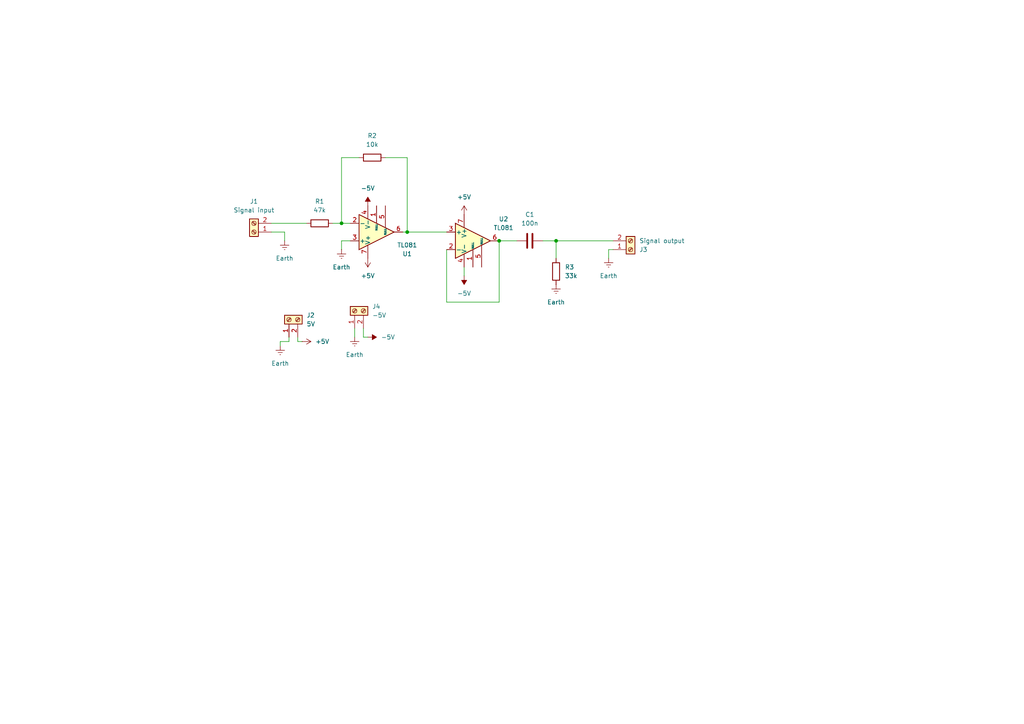
<source format=kicad_sch>
(kicad_sch (version 20231120) (generator "eeschema") (generator_version "8.0")
  (paper "A4")
  (lib_symbols
    (symbol "Amplifier_Operational:TL081" (pin_names (offset 0.127))
      (property "Reference" "U" (at 0 6.35 0))
      (property "Value" "TL081" (at 0 3.81 0))
      (symbol "TL081_0_1"
        (polyline (pts (xy -5.08 5.08) (xy 5.08 0) (xy -5.08 -5.08) (xy -5.08 5.08)) (stroke (width 0.254)) (fill (type background)))
      )
      (symbol "TL081_1_1"
        (pin input line (at 0 -7.62 90) (length 5.08) (name "NULL") (number "1"))
        (pin input line (at -7.62 -2.54 0) (length 2.54) (name "-") (number "2"))
        (pin input line (at -7.62 2.54 0) (length 2.54) (name "+") (number "3"))
        (pin power_in line (at -2.54 -7.62 90) (length 3.81) (name "V-") (number "4"))
        (pin input line (at 2.54 -7.62 90) (length 6.35) (name "NULL") (number "5"))
        (pin output line (at 7.62 0 180) (length 2.54) (name "~") (number "6"))
        (pin power_in line (at -2.54 7.62 270) (length 3.81) (name "V+") (number "7"))
        (pin no_connect line (at 0 2.54 270) (length 2.54) hide (name "NC") (number "8"))
      )
    )
    (symbol "Connector:Screw_Terminal_01x02" (pin_names (offset 1.016) hide)
      (property "Reference" "J" (at 0 2.54 0))
      (property "Value" "Screw_Terminal_01x02" (at 0 -5.08 0))
      (symbol "Screw_Terminal_01x02_1_1"
        (rectangle (start -1.27 1.27) (end 1.27 -3.81) (stroke (width 0.254)) (fill (type background)))
        (circle (center 0 -2.54) (radius 0.635) (stroke (width 0.1524)))
        (polyline (pts (xy -0.5334 -2.2098) (xy 0.3302 -3.048)) (stroke (width 0.1524)))
        (polyline (pts (xy -0.5334 0.3302) (xy 0.3302 -0.508)) (stroke (width 0.1524)))
        (polyline (pts (xy -0.3556 -2.032) (xy 0.508 -2.8702)) (stroke (width 0.1524)))
        (polyline (pts (xy -0.3556 0.508) (xy 0.508 -0.3302)) (stroke (width 0.1524)))
        (circle (center 0 0) (radius 0.635) (stroke (width 0.1524)))
        (pin passive line (at -5.08 0 0) (length 3.81) (name "Pin_1") (number "1"))
        (pin passive line (at -5.08 -2.54 0) (length 3.81) (name "Pin_2") (number "2"))
      )
    )
    (symbol "Device:C" (pin_numbers hide) (pin_names (offset 0.254))
      (property "Reference" "C" (at 0.635 2.54 0))
      (property "Value" "C" (at 0.635 -2.54 0))
      (symbol "C_0_1"
        (polyline (pts (xy -2.032 -0.762) (xy 2.032 -0.762)) (stroke (width 0.508)))
        (polyline (pts (xy -2.032 0.762) (xy 2.032 0.762)) (stroke (width 0.508)))
      )
      (symbol "C_1_1"
        (pin passive line (at 0 3.81 270) (length 2.794) (name "~") (number "1"))
        (pin passive line (at 0 -3.81 90) (length 2.794) (name "~") (number "2"))
      )
    )
    (symbol "Device:R" (pin_numbers hide) (pin_names (offset 0))
      (property "Reference" "R" (at 2.032 0 90))
      (property "Value" "R" (at 0 0 90))
      (symbol "R_0_1"
        (rectangle (start -1.016 -2.54) (end 1.016 2.54) (stroke (width 0.254)))
      )
      (symbol "R_1_1"
        (pin passive line (at 0 3.81 270) (length 1.27) (name "~") (number "1"))
        (pin passive line (at 0 -3.81 90) (length 1.27) (name "~") (number "2"))
      )
    )
    (symbol "power:+5V" (power) (pin_numbers hide) (pin_names (offset 0) hide)
      (property "Value" "+5V" (at 0 3.556 0))
      (symbol "+5V_0_1"
        (polyline (pts (xy -0.762 1.27) (xy 0 2.54)))
        (polyline (pts (xy 0 0) (xy 0 2.54)))
        (polyline (pts (xy 0 2.54) (xy 0.762 1.27)))
      )
      (symbol "+5V_1_1"
        (pin power_in line (at 0 0 90) (length 0) (name "~") (number "1"))
      )
    )
    (symbol "power:-5V" (power) (pin_numbers hide) (pin_names (offset 0) hide)
      (property "Value" "-5V" (at 0 3.556 0))
      (symbol "-5V_0_0"
        (pin power_in line (at 0 0 90) (length 0) (name "~") (number "1"))
      )
      (symbol "-5V_0_1"
        (polyline (pts (xy 0 0) (xy 0 1.27) (xy 0.762 1.27) (xy 0 2.54) (xy -0.762 1.27) (xy 0 1.27)) (fill (type outline)))
      )
    )
    (symbol "power:Earth" (power) (pin_numbers hide) (pin_names (offset 0) hide)
      (property "Value" "Earth" (at 0 -3.81 0))
      (symbol "Earth_0_1"
        (polyline (pts (xy -0.635 -1.905) (xy 0.635 -1.905)))
        (polyline (pts (xy -0.127 -2.54) (xy 0.127 -2.54)))
        (polyline (pts (xy 0 -1.27) (xy 0 0)))
        (polyline (pts (xy 1.27 -1.27) (xy -1.27 -1.27)))
      )
      (symbol "Earth_1_1"
        (pin power_in line (at 0 0 270) (length 0) (name "~") (number "1"))
      )
    )
  )
  (junction (at 118.11 67.31))
  (junction (at 99.06 64.77))
  (junction (at 161.29 69.85))
  (junction (at 144.78 69.85))
  (wire (pts (xy 105.41 97.79) (xy 106.68 97.79)))
  (wire (pts (xy 86.36 99.06) (xy 87.63 99.06)))
  (wire (pts (xy 116.84 67.31) (xy 118.11 67.31)))
  (wire (pts (xy 111.76 45.72) (xy 118.11 45.72)))
  (wire (pts (xy 176.53 72.39) (xy 176.53 74.93)))
  (wire (pts (xy 78.74 67.31) (xy 82.55 67.31)))
  (wire (pts (xy 96.52 64.77) (xy 99.06 64.77)))
  (wire (pts (xy 118.11 67.31) (xy 129.54 67.31)))
  (wire (pts (xy 129.54 87.63) (xy 129.54 72.39)))
  (wire (pts (xy 99.06 45.72) (xy 99.06 64.77)))
  (wire (pts (xy 99.06 64.77) (xy 101.6 64.77)))
  (wire (pts (xy 78.74 64.77) (xy 88.9 64.77)))
  (wire (pts (xy 83.82 99.06) (xy 81.28 99.06)))
  (wire (pts (xy 118.11 45.72) (xy 118.11 67.31)))
  (wire (pts (xy 104.14 45.72) (xy 99.06 45.72)))
  (wire (pts (xy 177.8 72.39) (xy 176.53 72.39)))
  (wire (pts (xy 105.41 95.25) (xy 105.41 97.79)))
  (wire (pts (xy 177.8 69.85) (xy 161.29 69.85)))
  (wire (pts (xy 129.54 87.63) (xy 144.78 87.63)))
  (wire (pts (xy 144.78 87.63) (xy 144.78 69.85)))
  (wire (pts (xy 102.87 95.25) (xy 102.87 97.79)))
  (wire (pts (xy 157.48 69.85) (xy 161.29 69.85)))
  (wire (pts (xy 161.29 69.85) (xy 161.29 74.93)))
  (wire (pts (xy 99.06 69.85) (xy 99.06 72.39)))
  (wire (pts (xy 81.28 99.06) (xy 81.28 100.33)))
  (wire (pts (xy 99.06 69.85) (xy 101.6 69.85)))
  (wire (pts (xy 82.55 67.31) (xy 82.55 69.85)))
  (wire (pts (xy 83.82 99.06) (xy 83.82 97.79)))
  (wire (pts (xy 86.36 99.06) (xy 86.36 97.79)))
  (wire (pts (xy 134.62 80.01) (xy 134.62 77.47)))
  (wire (pts (xy 144.78 69.85) (xy 149.86 69.85)))
  (symbol (lib_id "Connector:Screw_Terminal_01x02") (at 182.88 72.39 0) (mirror x) (unit 1)
    (property "Reference" "J3" (at 185.42 72.3901 0) (effects (justify left)))
    (property "Value" "Signal output" (at 185.42 69.8501 0) (effects (justify left)))
    (property "Footprint" "TerminalBlock:TerminalBlock_MaiXu_MX126-5.0-02P_1x02_P5.00mm" (effects (hide yes)))
    (property "Description" "Generic screw terminal, single row, 01x02, script generated (kicad-library-utils/schlib/autogen/connector/)" (effects (hide yes)))
  )
  (symbol (lib_id "Device:R") (at 161.29 78.74 180) (unit 1)
    (property "Reference" "R3" (at 163.83 77.4699 0) (effects (justify right)))
    (property "Value" "33k" (at 163.83 80.0099 0) (effects (justify right)))
    (property "Footprint" "Resistor_THT:R_Axial_DIN0207_L6.3mm_D2.5mm_P7.62mm_Horizontal" (effects (hide yes)))
    (property "Description" "Resistor" (effects (hide yes)))
  )
  (symbol (lib_id "Amplifier_Operational:TL081") (at 137.16 69.85 0) (unit 1)
    (property "Reference" "U2" (at 146.05 63.5314 0))
    (property "Value" "TL081" (at 146.05 66.0714 0))
    (property "Footprint" "Package_DIP:DIP-8_W7.62mm_Socket" (effects (hide yes)))
    (property "Datasheet" "http://www.ti.com/lit/ds/symlink/tl081.pdf" (effects (hide yes)))
    (property "Description" "Single JFET-Input Operational Amplifiers, DIP-8/SOIC-8" (effects (hide yes)))
  )
  (symbol (lib_id "power:-5V") (at 134.62 80.01 180) (unit 1)
    (property "Reference" "#PWR011" (effects (hide yes)))
    (property "Value" "-5V" (at 134.62 85.09 0))
    (property "Description" "Power symbol creates a global label with name \"-5V\"" (effects (hide yes)))
  )
  (symbol (lib_id "Connector:Screw_Terminal_01x02") (at 83.82 92.71 90) (unit 1)
    (property "Reference" "J2" (at 88.9 91.4399 90) (effects (justify right)))
    (property "Value" "5V" (at 88.9 93.9799 90) (effects (justify right)))
    (property "Footprint" "TerminalBlock:TerminalBlock_MaiXu_MX126-5.0-02P_1x02_P5.00mm" (effects (hide yes)))
    (property "Description" "Generic screw terminal, single row, 01x02, script generated (kicad-library-utils/schlib/autogen/connector/)" (effects (hide yes)))
  )
  (symbol (lib_id "Device:R") (at 92.71 64.77 270) (unit 1)
    (property "Reference" "R1" (at 92.71 58.42 90))
    (property "Value" "47k" (at 92.71 60.96 90))
    (property "Footprint" "Resistor_THT:R_Axial_DIN0207_L6.3mm_D2.5mm_P7.62mm_Horizontal" (effects (hide yes)))
    (property "Description" "Resistor" (effects (hide yes)))
  )
  (symbol (lib_id "power:+5V") (at 87.63 99.06 270) (unit 1)
    (property "Reference" "#PWR04" (effects (hide yes)))
    (property "Value" "+5V" (at 91.44 99.0599 90) (effects (justify left)))
    (property "Description" "Power symbol creates a global label with name \"+5V\"" (effects (hide yes)))
  )
  (symbol (lib_id "Connector:Screw_Terminal_01x02") (at 102.87 90.17 90) (unit 1)
    (property "Reference" "J4" (at 107.95 88.8999 90) (effects (justify right)))
    (property "Value" "-5V" (at 107.95 91.4399 90) (effects (justify right)))
    (property "Footprint" "TerminalBlock:TerminalBlock_MaiXu_MX126-5.0-02P_1x02_P5.00mm" (effects (hide yes)))
    (property "Description" "Generic screw terminal, single row, 01x02, script generated (kicad-library-utils/schlib/autogen/connector/)" (effects (hide yes)))
  )
  (symbol (lib_id "power:Earth") (at 161.29 82.55 0) (unit 1)
    (property "Reference" "#PWR012" (effects (hide yes)))
    (property "Value" "Earth" (at 161.29 87.63 0))
    (property "Description" "Power symbol creates a global label with name \"Earth\"" (effects (hide yes)))
  )
  (symbol (lib_id "power:+5V") (at 106.68 74.93 180) (unit 1)
    (property "Reference" "#PWR05" (effects (hide yes)))
    (property "Value" "+5V" (at 106.68 80.01 0))
    (property "Description" "Power symbol creates a global label with name \"+5V\"" (effects (hide yes)))
  )
  (symbol (lib_id "power:Earth") (at 81.28 100.33 0) (unit 1)
    (property "Reference" "#PWR03" (effects (hide yes)))
    (property "Value" "Earth" (at 81.28 105.41 0))
    (property "Description" "Power symbol creates a global label with name \"Earth\"" (effects (hide yes)))
  )
  (symbol (lib_id "Connector:Screw_Terminal_01x02") (at 73.66 67.31 180) (unit 1)
    (property "Reference" "J1" (at 73.66 58.42 0))
    (property "Value" "Signal input" (at 73.66 60.96 0))
    (property "Footprint" "TerminalBlock:TerminalBlock_MaiXu_MX126-5.0-02P_1x02_P5.00mm" (effects (hide yes)))
    (property "Description" "Generic screw terminal, single row, 01x02, script generated (kicad-library-utils/schlib/autogen/connector/)" (effects (hide yes)))
  )
  (symbol (lib_id "power:Earth") (at 99.06 72.39 0) (unit 1)
    (property "Reference" "#PWR02" (effects (hide yes)))
    (property "Value" "Earth" (at 99.06 77.47 0))
    (property "Description" "Power symbol creates a global label with name \"Earth\"" (effects (hide yes)))
  )
  (symbol (lib_id "Device:C") (at 153.67 69.85 90) (unit 1)
    (property "Reference" "C1" (at 153.67 62.23 90))
    (property "Value" "100n" (at 153.67 64.77 90))
    (property "Footprint" "Capacitor_THT:C_Rect_L7.0mm_W2.0mm_P5.00mm" (effects (hide yes)))
    (property "Description" "Unpolarized capacitor" (effects (hide yes)))
  )
  (symbol (lib_id "power:Earth") (at 82.55 69.85 0) (unit 1)
    (property "Reference" "#PWR01" (effects (hide yes)))
    (property "Value" "Earth" (at 82.55 74.93 0))
    (property "Description" "Power symbol creates a global label with name \"Earth\"" (effects (hide yes)))
  )
  (symbol (lib_id "power:+5V") (at 134.62 62.23 0) (unit 1)
    (property "Reference" "#PWR07" (effects (hide yes)))
    (property "Value" "+5V" (at 134.62 57.15 0))
    (property "Description" "Power symbol creates a global label with name \"+5V\"" (effects (hide yes)))
  )
  (symbol (lib_id "power:Earth") (at 176.53 74.93 0) (unit 1)
    (property "Reference" "#PWR08" (effects (hide yes)))
    (property "Value" "Earth" (at 176.53 80.01 0))
    (property "Description" "Power symbol creates a global label with name \"Earth\"" (effects (hide yes)))
  )
  (symbol (lib_id "Device:R") (at 107.95 45.72 90) (unit 1)
    (property "Reference" "R2" (at 107.95 39.37 90))
    (property "Value" "10k" (at 107.95 41.91 90))
    (property "Footprint" "Resistor_THT:R_Axial_DIN0207_L6.3mm_D2.5mm_P7.62mm_Horizontal" (effects (hide yes)))
    (property "Description" "Resistor" (effects (hide yes)))
  )
  (symbol (lib_id "power:-5V") (at 106.68 97.79 270) (unit 1)
    (property "Reference" "#PWR010" (effects (hide yes)))
    (property "Value" "-5V" (at 110.49 97.7899 90) (effects (justify left)))
    (property "Description" "Power symbol creates a global label with name \"-5V\"" (effects (hide yes)))
  )
  (symbol (lib_id "power:-5V") (at 106.68 59.69 0) (unit 1)
    (property "Reference" "#PWR06" (effects (hide yes)))
    (property "Value" "-5V" (at 106.68 54.61 0))
    (property "Description" "Power symbol creates a global label with name \"-5V\"" (effects (hide yes)))
  )
  (symbol (lib_id "power:Earth") (at 102.87 97.79 0) (unit 1)
    (property "Reference" "#PWR09" (effects (hide yes)))
    (property "Value" "Earth" (at 102.87 102.87 0))
    (property "Description" "Power symbol creates a global label with name \"Earth\"" (effects (hide yes)))
  )
  (symbol (lib_id "Amplifier_Operational:TL081") (at 109.22 67.31 0) (mirror x) (unit 1)
    (property "Reference" "U1" (at 118.11 73.6286 0))
    (property "Value" "TL081" (at 118.11 71.0886 0))
    (property "Footprint" "Package_DIP:DIP-8_W7.62mm_Socket" (effects (hide yes)))
    (property "Datasheet" "http://www.ti.com/lit/ds/symlink/tl081.pdf" (effects (hide yes)))
    (property "Description" "Single JFET-Input Operational Amplifiers, DIP-8/SOIC-8" (effects (hide yes)))
  )
)
</source>
